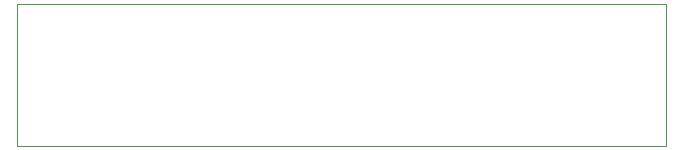
<source format=gbr>
%TF.GenerationSoftware,KiCad,Pcbnew,(6.0.5)*%
%TF.CreationDate,2022-06-05T02:43:02-04:00*%
%TF.ProjectId,Exp_Filter,4578705f-4669-46c7-9465-722e6b696361,rev?*%
%TF.SameCoordinates,Original*%
%TF.FileFunction,Profile,NP*%
%FSLAX46Y46*%
G04 Gerber Fmt 4.6, Leading zero omitted, Abs format (unit mm)*
G04 Created by KiCad (PCBNEW (6.0.5)) date 2022-06-05 02:43:02*
%MOMM*%
%LPD*%
G01*
G04 APERTURE LIST*
%TA.AperFunction,Profile*%
%ADD10C,0.100000*%
%TD*%
G04 APERTURE END LIST*
D10*
X175000000Y-115000000D02*
X120000000Y-115000000D01*
X175000000Y-103000000D02*
X175000000Y-115000000D01*
X120000000Y-103000000D02*
X175000000Y-103000000D01*
X120000000Y-115000000D02*
X120000000Y-103000000D01*
M02*

</source>
